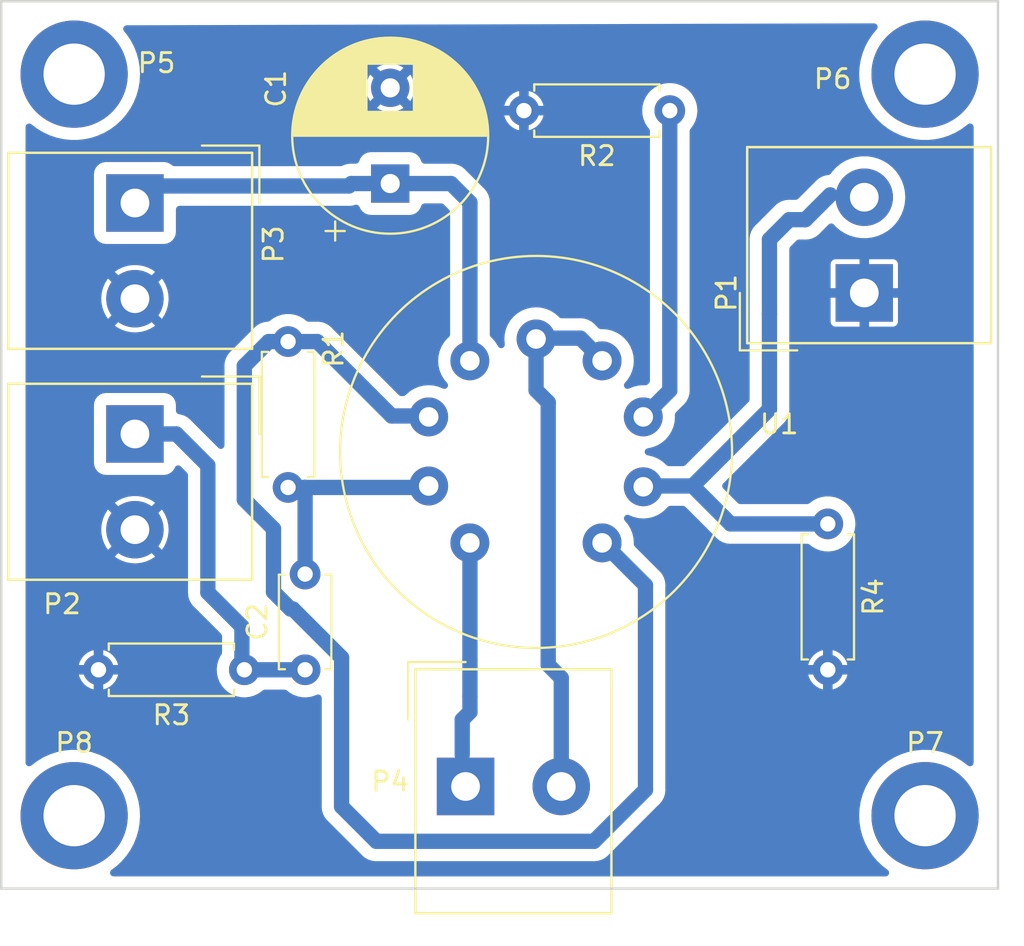
<source format=kicad_pcb>
(kicad_pcb (version 20211014) (generator pcbnew)
  (layers (0 "F.Cu" signal "top_cu") (31 "B.Cu" signal "bottom_cu") (34 "B.Paste" user) (35 "F.Paste" user) (36 "B.SilkS" user "B.Silkscreen") (37 "F.SilkS" user "F.Silkscreen") (38 "B.Mask" user) (39 "F.Mask" user) (44 "Edge.Cuts" user))
  (net 0 "")
  (net 1 "GND")
  (net 2 "Net-(C1-Pad1)")
  (net 3 "Net-(C2-Pad1)")
  (net 4 "Net-(C2-Pad2)")
  (net 5 "Net-(P1-Pad2)")
  (net 6 "Net-(P4-Pad1)")
  (net 7 "Net-(P4-Pad2)")
  (net 8 "Net-(R1-Pad1)")
  (net 9 "Net-(R2-Pad1)")
  (footprint "Capacitor_THT:CP_Radial_D10.0mm_P5.00mm" (layer "F.Cu") (at 141.605 99.695 90)
    (fp_text reference "C1" (at 4.953 -5.969 90) (layer "F.SilkS"))
    (fp_text value "10uF")
    (fp_line (start 4.101 1.241) (end 4.101 4.824) (layer "F.SilkS") (width 0.12))
    (fp_line (start 5.061 1.241) (end 5.061 4.395) (layer "F.SilkS") (width 0.12))
    (fp_line (start 7.381 -1.51) (end 7.381 1.51) (layer "F.SilkS") (width 0.12))
    (fp_line (start 5.381 1.241) (end 5.381 4.194) (layer "F.SilkS") (width 0.12))
    (fp_line (start 7.101 -2.209) (end 7.101 2.209) (layer "F.SilkS") (width 0.12))
    (fp_line (start 6.221 1.241) (end 6.221 3.478) (layer "F.SilkS") (width 0.12))
    (fp_line (start 4.581 1.241) (end 4.581 4.639) (layer "F.SilkS") (width 0.12))
    (fp_line (start 4.821 1.241) (end 4.821 4.525) (layer "F.SilkS") (width 0.12))
    (fp_line (start -2.479646 -3.375) (end -2.479646 -2.375) (layer "F.SilkS") (width 0.12))
    (fp_line (start 4.301 1.241) (end 4.301 4.754) (layer "F.SilkS") (width 0.12))
    (fp_line (start 5.661 -3.989) (end 5.661 -1.241) (layer "F.SilkS") (width 0.12))
    (fp_line (start 7.341 -1.63) (end 7.341 1.63) (layer "F.SilkS") (width 0.12))
    (fp_line (start 6.061 1.241) (end 6.061 3.64) (layer "F.SilkS") (width 0.12))
    (fp_line (start 5.701 -3.957) (end 5.701 -1.241) (layer "F.SilkS") (width 0.12))
    (fp_line (start 5.621 1.241) (end 5.621 4.02) (layer "F.SilkS") (width 0.12))
    (fp_line (start 5.981 -3.716) (end 5.981 -1.241) (layer "F.SilkS") (width 0.12))
    (fp_line (start 6.461 -3.206) (end 6.461 3.206) (layer "F.SilkS") (width 0.12))
    (fp_line (start 5.301 -4.247) (end 5.301 -1.241) (layer "F.SilkS") (width 0.12))
    (fp_line (start 6.101 -3.601) (end 6.101 -1.241) (layer "F.SilkS") (width 0.12))
    (fp_line (start 6.861 -2.645) (end 6.861 2.645) (layer "F.SilkS") (width 0.12))
    (fp_line (start 6.421 -3.254) (end 6.421 3.254) (layer "F.SilkS") (width 0.12))
    (fp_line (start 2.66 -5.078) (end 2.66 5.078) (layer "F.SilkS") (width 0.12))
    (fp_line (start 4.501 -4.674) (end 4.501 -1.241) (layer "F.SilkS") (width 0.12))
    (fp_line (start 3.06 -5.05) (end 3.06 5.05) (layer "F.SilkS") (width 0.12))
    (fp_line (start 5.141 -4.347) (end 5.141 -1.241) (layer "F.SilkS") (width 0.12))
    (fp_line (start 5.021 -4.417) (end 5.021 -1.241) (layer "F.SilkS") (width 0.12))
    (fp_line (start 5.021 1.241) (end 5.021 4.417) (layer "F.SilkS") (width 0.12))
    (fp_line (start 3.261 -5.024) (end 3.261 5.024) (layer "F.SilkS") (width 0.12))
    (fp_line (start 6.821 -2.709) (end 6.821 2.709) (layer "F.SilkS") (width 0.12))
    (fp_line (start 3.18 -5.035) (end 3.18 5.035) (layer "F.SilkS") (width 0.12))
    (fp_line (start 7.181 -2.037) (end 7.181 2.037) (layer "F.SilkS") (width 0.12))
    (fp_line (start 5.261 1.241) (end 5.261 4.273) (layer "F.SilkS") (width 0.12))
    (fp_line (start 5.861 -3.824) (end 5.861 -1.241) (layer "F.SilkS") (width 0.12))
    (fp_line (start 3.781 1.241) (end 3.781 4.918) (layer "F.SilkS") (width 0.12))
    (fp_line (start 2.94 -5.062) (end 2.94 5.062) (layer "F.SilkS") (width 0.12))
    (fp_line (start 3.1 -5.045) (end 3.1 5.045) (layer "F.SilkS") (width 0.12))
    (fp_line (start 4.501 1.241) (end 4.501 4.674) (layer "F.SilkS") (width 0.12))
    (fp_line (start -2.979646 -2.875) (end -1.979646 -2.875) (layer "F.SilkS") (width 0.12))
    (fp_line (start 7.021 -2.365) (end 7.021 2.365) (layer "F.SilkS") (width 0.12))
    (fp_line (start 5.661 1.241) (end 5.661 3.989) (layer "F.SilkS") (width 0.12))
    (fp_line (start 6.621 -3) (end 6.621 3) (layer "F.SilkS") (width 0.12))
    (fp_line (start 4.421 1.241) (end 4.421 4.707) (layer "F.SilkS") (width 0.12))
    (fp_line (start 2.9 -5.065) (end 2.9 5.065) (layer "F.SilkS") (width 0.12))
    (fp_line (start 2.62 -5.079) (end 2.62 5.079) (layer "F.SilkS") (width 0.12))
    (fp_line (start 4.901 -4.483) (end 4.901 -1.241) (layer "F.SilkS") (width 0.12))
    (fp_line (start 3.301 -5.018) (end 3.301 5.018) (layer "F.SilkS") (width 0.12))
    (fp_line (start 5.221 1.241) (end 5.221 4.298) (layer "F.SilkS") (width 0.12))
    (fp_line (start 6.181 1.241) (end 6.181 3.52) (layer "F.SilkS") (width 0.12))
    (fp_line (start 7.141 -2.125) (end 7.141 2.125) (layer "F.SilkS") (width 0.12))
    (fp_line (start 4.941 1.241) (end 4.941 4.462) (layer "F.SilkS") (width 0.12))
    (fp_line (start 5.741 1.241) (end 5.741 3.925) (layer "F.SilkS") (width 0.12))
    (fp_line (start 5.621 -4.02) (end 5.621 -1.241) (layer "F.SilkS") (width 0.12))
    (fp_line (start 7.261 -1.846) (end 7.261 1.846) (layer "F.SilkS") (width 0.12))
    (fp_line (start 6.901 -2.579) (end 6.901 2.579) (layer "F.SilkS") (width 0.12))
    (fp_line (start 5.261 -4.273) (end 5.261 -1.241) (layer "F.SilkS") (width 0.12))
    (fp_line (start 4.341 -4.738) (end 4.341 -1.241) (layer "F.SilkS") (width 0.12))
    (fp_line (start 4.821 -4.525) (end 4.821 -1.241) (layer "F.SilkS") (width 0.12))
    (fp_line (start 6.021 1.241) (end 6.021 3.679) (layer "F.SilkS") (width 0.12))
    (fp_line (start 4.061 1.241) (end 4.061 4.837) (layer "F.SilkS") (width 0.12))
    (fp_line (start 5.101 -4.371) (end 5.101 -1.241) (layer "F.SilkS") (width 0.12))
    (fp_line (start 6.181 -3.52) (end 6.181 -1.241) (layer "F.SilkS") (width 0.12))
    (fp_line (start 6.141 -3.561) (end 6.141 -1.241) (layer "F.SilkS") (width 0.12))
    (fp_line (start 3.941 -4.874) (end 3.941 -1.241) (layer "F.SilkS") (width 0.12))
    (fp_line (start 7.501 -1.062) (end 7.501 1.062) (layer "F.SilkS") (width 0.12))
    (fp_line (start 6.701 -2.889) (end 6.701 2.889) (layer "F.SilkS") (width 0.12))
    (fp_line (start 5.901 -3.789) (end 5.901 -1.241) (layer "F.SilkS") (width 0.12))
    (fp_line (start 2.58 -5.08) (end 2.58 5.08) (layer "F.SilkS") (width 0.12))
    (fp_line (start 6.941 -2.51) (end 6.941 2.51) (layer "F.SilkS") (width 0.12))
    (fp_line (start 4.141 1.241) (end 4.141 4.811) (layer "F.SilkS") (width 0.12))
    (fp_line (start 5.181 -4.323) (end 5.181 -1.241) (layer "F.SilkS") (width 0.12))
    (fp_line (start 4.661 -4.603) (end 4.661 -1.241) (layer "F.SilkS") (width 0.12))
    (fp_line (start 2.82 -5.07) (end 2.82 5.07) (layer "F.SilkS") (width 0.12))
    (fp_line (start 4.221 -4.783) (end 4.221 -1.241) (layer "F.SilkS") (width 0.12))
    (fp_line (start 4.381 1.241) (end 4.381 4.723) (layer "F.SilkS") (width 0.12))
    (fp_line (start 4.621 1.241) (end 4.621 4.621) (layer "F.SilkS") (width 0.12))
    (fp_line (start 4.701 1.241) (end 4.701 4.584) (layer "F.SilkS") (width 0.12))
    (fp_line (start 2.86 -5.068) (end 2.86 5.068) (layer "F.SilkS") (width 0.12))
    (fp_line (start 4.741 1.241) (end 4.741 4.564) (layer "F.SilkS") (width 0.12))
    (fp_line (start 4.421 -4.707) (end 4.421 -1.241) (layer "F.SilkS") (width 0.12))
    (fp_line (start 3.02 -5.054) (end 3.02 5.054) (layer "F.SilkS") (width 0.12))
    (fp_line (start 5.581 -4.05) (end 5.581 -1.241) (layer "F.SilkS") (width 0.12))
    (fp_line (start 5.341 -4.221) (end 5.341 -1.241) (layer "F.SilkS") (width 0.12))
    (fp_line (start 4.341 1.241) (end 4.341 4.738) (layer "F.SilkS") (width 0.12))
    (fp_line (start 4.141 -4.811) (end 4.141 -1.241) (layer "F.SilkS") (width 0.12))
    (fp_line (start 4.221 1.241) (end 4.221 4.783) (layer "F.SilkS") (width 0.12))
    (fp_line (start 4.461 -4.69) (end 4.461 -1.241) (layer "F.SilkS") (width 0.12))
    (fp_line (start 4.461 1.241) (end 4.461 4.69) (layer "F.SilkS") (width 0.12))
    (fp_line (start 7.421 -1.378) (end 7.421 1.378) (layer "F.SilkS") (width 0.12))
    (fp_line (start 6.501 -3.156) (end 6.501 3.156) (layer "F.SilkS") (width 0.12))
    (fp_line (start 3.901 1.241) (end 3.901 4.885) (layer "F.SilkS") (width 0.12))
    (fp_line (start 2.5 -5.08) (end 2.5 5.08) (layer "F.SilkS") (width 0.12))
    (fp_line (start 6.261 -3.436) (end 6.261 3.436) (layer "F.SilkS") (width 0.12))
    (fp_line (start 5.541 1.241) (end 5.541 4.08) (layer "F.SilkS") (width 0.12))
    (fp_line (start 5.141 1.241) (end 5.141 4.347) (layer "F.SilkS") (width 0.12))
    (fp_line (start 3.941 1.241) (end 3.941 4.874) (layer "F.SilkS") (width 0.12))
    (fp_line (start 7.301 -1.742) (end 7.301 1.742) (layer "F.SilkS") (width 0.12))
    (fp_line (start 3.981 -4.862) (end 3.981 -1.241) (layer "F.SilkS") (width 0.12))
    (fp_line (start 3.701 -4.938) (end 3.701 4.938) (layer "F.SilkS") (width 0.12))
    (fp_line (start 6.381 -3.301) (end 6.381 3.301) (layer "F.SilkS") (width 0.12))
    (fp_line (start 4.541 1.241) (end 4.541 4.657) (layer "F.SilkS") (width 0.12))
    (fp_line (start 4.021 -4.85) (end 4.021 -1.241) (layer "F.SilkS") (width 0.12))
    (fp_line (start 3.421 -4.997) (end 3.421 4.997) (layer "F.SilkS") (width 0.12))
    (fp_line (start 4.021 1.241) (end 4.021 4.85) (layer "F.SilkS") (width 0.12))
    (fp_line (start 2.78 -5.073) (end 2.78 5.073) (layer "F.SilkS") (width 0.12))
    (fp_line (start 5.461 1.241) (end 5.461 4.138) (layer "F.SilkS") (width 0.12))
    (fp_line (start 5.901 1.241) (end 5.901 3.789) (layer "F.SilkS") (width 0.12))
    (fp_line (start 4.381 -4.723) (end 4.381 -1.241) (layer "F.SilkS") (width 0.12))
    (fp_line (start 6.661 -2.945) (end 6.661 2.945) (layer "F.SilkS") (width 0.12))
    (fp_line (start 5.421 1.241) (end 5.421 4.166) (layer "F.SilkS") (width 0.12))
    (fp_line (start 4.941 -4.462) (end 4.941 -1.241) (layer "F.SilkS") (width 0.12))
    (fp_line (start 7.541 -0.862) (end 7.541 0.862) (layer "F.SilkS") (width 0.12))
    (fp_line (start 6.981 -2.439) (end 6.981 2.439) (layer "F.SilkS") (width 0.12))
    (fp_line (start 3.221 -5.03) (end 3.221 5.03) (layer "F.SilkS") (width 0.12))
    (fp_line (start 4.861 1.241) (end 4.861 4.504) (layer "F.SilkS") (width 0.12))
    (fp_line (start 6.301 -3.392) (end 6.301 3.392) (layer "F.SilkS") (width 0.12))
    (fp_line (start 2.74 -5.075) (end 2.74 5.075) (layer "F.SilkS") (width 0.12))
    (fp_line (start 4.301 -4.754) (end 4.301 -1.241) (layer "F.SilkS") (width 0.12))
    (fp_line (start 6.061 -3.64) (end 6.061 -1.241) (layer "F.SilkS") (width 0.12))
    (fp_line (start 6.781 -2.77) (end 6.781 2.77) (layer "F.SilkS") (width 0.12))
    (fp_line (start 5.861 1.241) (end 5.861 3.824) (layer "F.SilkS") (width 0.12))
    (fp_line (start 3.901 -4.885) (end 3.901 -1.241) (layer "F.SilkS") (width 0.12))
    (fp_line (start 5.941 -3.753) (end 5.941 -1.241) (layer "F.SilkS") (width 0.12))
    (fp_line (start 4.981 1.241) (end 4.981 4.44) (layer "F.SilkS") (width 0.12))
    (fp_line (start 4.541 -4.657) (end 4.541 -1.241) (layer "F.SilkS") (width 0.12))
    (fp_line (start 2.54 -5.08) (end 2.54 5.08) (layer "F.SilkS") (width 0.12))
    (fp_line (start 7.061 -2.289) (end 7.061 2.289) (layer "F.SilkS") (width 0.12))
    (fp_line (start 4.101 -4.824) (end 4.101 -1.241) (layer "F.SilkS") (width 0.12))
    (fp_line (start 5.981 1.241) (end 5.981 3.716) (layer "F.SilkS") (width 0.12))
    (fp_line (start 3.781 -4.918) (end 3.781 -1.241) (layer "F.SilkS") (width 0.12))
    (fp_line (start 3.821 -4.907) (end 3.821 -1.241) (layer "F.SilkS") (width 0.12))
    (fp_line (start 3.861 -4.897) (end 3.861 -1.241) (layer "F.SilkS") (width 0.12))
    (fp_line (start 5.581 1.241) (end 5.581 4.05) (layer "F.SilkS") (width 0.12))
    (fp_line (start 6.101 1.241) (end 6.101 3.601) (layer "F.SilkS") (width 0.12))
    (fp_line (start 4.661 1.241) (end 4.661 4.603) (layer "F.SilkS") (width 0.12))
    (fp_line (start 4.261 -4.768) (end 4.261 -1.241) (layer "F.SilkS") (width 0.12))
    (fp_line (start 4.581 -4.639) (end 4.581 -1.241) (layer "F.SilkS") (width 0.12))
    (fp_line (start 6.741 -2.83) (end 6.741 2.83) (layer "F.SilkS") (width 0.12))
    (fp_line (start 3.981 1.241) (end 3.981 4.862) (layer "F.SilkS") (width 0.12))
    (fp_line (start 4.701 -4.584) (end 4.701 -1.241) (layer "F.SilkS") (width 0.12))
    (fp_line (start 5.821 -3.858) (end 5.821 -1.241) (layer "F.SilkS") (width 0.12))
    (fp_line (start 2.98 -5.058) (end 2.98 5.058) (layer "F.SilkS") (width 0.12))
    (fp_line (start 3.341 -5.011) (end 3.341 5.011) (layer "F.SilkS") (width 0.12))
    (fp_line (start 4.861 -4.504) (end 4.861 -1.241) (layer "F.SilkS") (width 0.12))
    (fp_line (start 6.021 -3.679) (end 6.021 -1.241) (layer "F.SilkS") (width 0.12))
    (fp_line (start 6.341 -3.347) (end 6.341 3.347) (layer "F.SilkS") (width 0.12))
    (fp_line (start 5.781 -3.892) (end 5.781 -1.241) (layer "F.SilkS") (width 0.12))
    (fp_line (start 4.781 1.241) (end 4.781 4.545) (layer "F.SilkS") (width 0.12))
    (fp_line (start 6.221 -3.478) (end 6.221 -1.241) (layer "F.SilkS") (width 0.12))
    (fp_line (start 4.781 -4.545) (end 4.781 -1.241) (layer "F.SilkS") (width 0.12))
    (fp_line (start 4.181 -4.797) (end 4.181 -1.241) (layer "F.SilkS") (width 0.12))
    (fp_line (start 7.581 -0.599) (end 7.581 0.599) (layer "F.SilkS") (width 0.12))
    (fp_line (start 3.541 -4.974) (end 3.541 4.974) (layer "F.SilkS") (width 0.12))
    (fp_line (start 2.7 -5.077) (end 2.7 5.077) (layer "F.SilkS") (width 0.12))
    (fp_line (start 5.501 -4.11) (end 5.501 -1.241) (layer "F.SilkS") (width 0.12))
    (fp_line (start 5.501 1.241) (end 5.501 4.11) (layer "F.SilkS") (width 0.12))
    (fp_line (start 5.101 1.241) (end 5.101 4.371) (layer "F.SilkS") (width 0.12))
    (fp_line (start 4.981 -4.44) (end 4.981 -1.241) (layer "F.SilkS") (width 0.12))
    (fp_line (start 5.741 -3.925) (end 5.741 -1.241) (layer "F.SilkS") (width 0.12))
    (fp_line (start 5.381 -4.194) (end 5.381 -1.241) (layer "F.SilkS") (width 0.12))
    (fp_line (start 3.381 -5.004) (end 3.381 5.004) (layer "F.SilkS") (width 0.12))
    (fp_line (start 3.741 -4.928) (end 3.741 4.928) (layer "F.SilkS") (width 0.12))
    (fp_line (start 6.581 -3.054) (end 6.581 3.054) (layer "F.SilkS") (width 0.12))
    (fp_line (start 3.461 -4.99) (end 3.461 4.99) (layer "F.SilkS") (width 0.12))
    (fp_line (start 5.301 1.241) (end 5.301 4.247) (layer "F.SilkS") (width 0.12))
    (fp_line (start 6.541 -3.106) (end 6.541 3.106) (layer "F.SilkS") (width 0.12))
    (fp_line (start 5.221 -4.298) (end 5.221 -1.241) (layer "F.SilkS") (width 0.12))
    (fp_line (start 5.821 1.241) (end 5.821 3.858) (layer "F.SilkS") (width 0.12))
    (fp_line (start 4.901 1.241) (end 4.901 4.483) (layer "F.SilkS") (width 0.12))
    (fp_line (start 4.181 1.241) (end 4.181 4.797) (layer "F.SilkS") (width 0.12))
    (fp_line (start 3.621 -4.956) (end 3.621 4.956) (layer "F.SilkS") (width 0.12))
    (fp_line (start 5.701 1.241) (end 5.701 3.957) (layer "F.SilkS") (width 0.12))
    (fp_line (start 3.14 -5.04) (end 3.14 5.04) (layer "F.SilkS") (width 0.12))
    (fp_line (start 5.781 1.241) (end 5.781 3.892) (layer "F.SilkS") (width 0.12))
    (fp_line (start 5.421 -4.166) (end 5.421 -1.241) (layer "F.SilkS") (width 0.12))
    (fp_line (start 3.661 -4.947) (end 3.661 4.947) (layer "F.SilkS") (width 0.12))
    (fp_line (start 3.861 1.241) (end 3.861 4.897) (layer "F.SilkS") (width 0.12))
    (fp_line (start 7.221 -1.944) (end 7.221 1.944) (layer "F.SilkS") (width 0.12))
    (fp_line (start 5.461 -4.138) (end 5.461 -1.241) (layer "F.SilkS") (width 0.12))
    (fp_line (start 7.461 -1.23) (end 7.461 1.23) (layer "F.SilkS") (width 0.12))
    (fp_line (start 4.061 -4.837) (end 4.061 -1.241) (layer "F.SilkS") (width 0.12))
    (fp_line (start 5.541 -4.08) (end 5.541 -1.241) (layer "F.SilkS") (width 0.12))
    (fp_line (start 5.341 1.241) (end 5.341 4.221) (layer "F.SilkS") (width 0.12))
    (fp_line (start 3.581 -4.965) (end 3.581 4.965) (layer "F.SilkS") (width 0.12))
    (fp_line (start 5.061 -4.395) (end 5.061 -1.241) (layer "F.SilkS") (width 0.12))
    (fp_line (start 6.141 1.241) (end 6.141 3.561) (layer "F.SilkS") (width 0.12))
    (fp_line (start 5.181 1.241) (end 5.181 4.323) (layer "F.SilkS") (width 0.12))
    (fp_line (start 3.501 -4.982) (end 3.501 4.982) (layer "F.SilkS") (width 0.12))
    (fp_line (start 3.821 1.241) (end 3.821 4.907) (layer "F.SilkS") (width 0.12))
    (fp_line (start 4.741 -4.564) (end 4.741 -1.241) (layer "F.SilkS") (width 0.12))
    (fp_line (start 4.261 1.241) (end 4.261 4.768) (layer "F.SilkS") (width 0.12))
    (fp_line (start 4.621 -4.621) (end 4.621 -1.241) (layer "F.SilkS") (width 0.12))
    (fp_line (start 5.941 1.241) (end 5.941 3.753) (layer "F.SilkS") (width 0.12))
    (fp_circle (center 2.5 0) (end 7.62 0) (layer "F.SilkS") (width 0.12) (fill none))
    (pad "1" thru_hole rect locked (at 0 0 90) (size 2 2) (drill 1) (layers *.Cu *.Mask) (net 2 "Net-(C1-Pad1)"))
    (pad "2" thru_hole circle locked (at 5 0 90) (size 2 2) (drill 1) (layers *.Cu *.Mask) (net 1 "GND"))
  )
  (footprint "Capacitor_THT:C_Disc_D4.7mm_W2.5mm_P5.00mm" (layer "F.Cu") (at 137.16 125.095 90)
    (fp_text reference "C2" (at 2.5 -2.5 90) (layer "F.SilkS"))
    (fp_text value "680nF")
    (fp_line (start 0.03 1.055) (end 0.03 1.37) (layer "F.SilkS") (width 0.12))
    (fp_line (start 0.03 -1.37) (end 0.03 -1.055) (layer "F.SilkS") (width 0.12))
    (fp_line (start 4.97 -1.37) (end 4.97 -1.055) (layer "F.SilkS") (width 0.12))
    (fp_line (start 4.97 1.055) (end 4.97 1.37) (layer "F.SilkS") (width 0.12))
    (fp_line (start 0.03 1.37) (end 4.97 1.37) (layer "F.SilkS") (width 0.12))
    (fp_line (start 0.03 -1.37) (end 4.97 -1.37) (layer "F.SilkS") (width 0.12))
    (pad "1" thru_hole circle locked (at 0 0 90) (size 1.6 1.6) (drill 0.8) (layers *.Cu *.Mask) (net 3 "Net-(C2-Pad1)"))
    (pad "2" thru_hole circle locked (at 5 0 90) (size 1.6 1.6) (drill 0.8) (layers *.Cu *.Mask) (net 4 "Net-(C2-Pad2)"))
  )
  (footprint "MountingHole:MountingHole_3.2mm_M3_DIN965_Pad" (layer "F.Cu") (at 125.095 93.98)
    (fp_text reference "P5" (at 4.305 -0.58) (layer "F.SilkS"))
    (fp_text value "MOUNTING_HOLE")
    (pad "1" thru_hole circle locked (at 0 0) (size 5.6 5.6) (drill 3.2) (layers *.Cu *.Mask))
  )
  (footprint "MountingHole:MountingHole_3.2mm_M3_DIN965_Pad" (layer "F.Cu") (at 169.545 93.98)
    (fp_text reference "P6" (at -4.826 0.254) (layer "F.SilkS"))
    (fp_text value "MOUNTING_HOLE")
    (pad "1" thru_hole circle locked (at 0 0) (size 5.6 5.6) (drill 3.2) (layers *.Cu *.Mask))
  )
  (footprint "MountingHole:MountingHole_3.2mm_M3_DIN965_Pad" (layer "F.Cu") (at 169.545 132.715)
    (fp_text reference "P7" (at 0 -3.8) (layer "F.SilkS"))
    (fp_text value "MOUNTING_HOLE")
    (pad "1" thru_hole circle locked (at 0 0) (size 5.6 5.6) (drill 3.2) (layers *.Cu *.Mask))
  )
  (footprint "Resistor_THT:R_Axial_DIN0207_L6.3mm_D2.5mm_P7.62mm_Horizontal" (layer "F.Cu") (at 136.271 107.95 -90)
    (fp_text reference "R1" (at 0.381 -2.37 90) (layer "F.SilkS"))
    (fp_text value "1.5K")
    (fp_line (start 7.08 -1.37) (end 7.08 -1.04) (layer "F.SilkS") (width 0.12))
    (fp_line (start 0.54 -1.37) (end 7.08 -1.37) (layer "F.SilkS") (width 0.12))
    (fp_line (start 0.54 1.04) (end 0.54 1.37) (layer "F.SilkS") (width 0.12))
    (fp_line (start 0.54 1.37) (end 7.08 1.37) (layer "F.SilkS") (width 0.12))
    (fp_line (start 7.08 1.37) (end 7.08 1.04) (layer "F.SilkS") (width 0.12))
    (fp_line (start 0.54 -1.04) (end 0.54 -1.37) (layer "F.SilkS") (width 0.12))
    (pad "1" thru_hole circle locked (at 0 0 270) (size 1.6 1.6) (drill 0.8) (layers *.Cu *.Mask) (net 8 "Net-(R1-Pad1)"))
    (pad "2" thru_hole oval locked (at 7.62 0 270) (size 1.6 1.6) (drill 0.8) (layers *.Cu *.Mask) (net 4 "Net-(C2-Pad2)"))
  )
  (footprint "Resistor_THT:R_Axial_DIN0207_L6.3mm_D2.5mm_P7.62mm_Horizontal" (layer "F.Cu") (at 156.21 95.885 180)
    (fp_text reference "R2" (at 3.81 -2.37) (layer "F.SilkS"))
    (fp_text value "1.5K")
    (fp_line (start 7.08 1.37) (end 7.08 1.04) (layer "F.SilkS") (width 0.12))
    (fp_line (start 0.54 -1.37) (end 7.08 -1.37) (layer "F.SilkS") (width 0.12))
    (fp_line (start 0.54 1.37) (end 7.08 1.37) (layer "F.SilkS") (width 0.12))
    (fp_line (start 0.54 1.04) (end 0.54 1.37) (layer "F.SilkS") (width 0.12))
    (fp_line (start 7.08 -1.37) (end 7.08 -1.04) (layer "F.SilkS") (width 0.12))
    (fp_line (start 0.54 -1.04) (end 0.54 -1.37) (layer "F.SilkS") (width 0.12))
    (pad "1" thru_hole circle locked (at 0 0 180) (size 1.6 1.6) (drill 0.8) (layers *.Cu *.Mask) (net 9 "Net-(R2-Pad1)"))
    (pad "2" thru_hole oval locked (at 7.62 0 180) (size 1.6 1.6) (drill 0.8) (layers *.Cu *.Mask) (net 1 "GND"))
  )
  (footprint "Resistor_THT:R_Axial_DIN0207_L6.3mm_D2.5mm_P7.62mm_Horizontal" (layer "F.Cu") (at 164.465 117.475 -90)
    (fp_text reference "R4" (at 3.81 -2.37 90) (layer "F.SilkS"))
    (fp_text value "47K")
    (fp_line (start 0.54 1.37) (end 7.08 1.37) (layer "F.SilkS") (width 0.12))
    (fp_line (start 7.08 1.37) (end 7.08 1.04) (layer "F.SilkS") (width 0.12))
    (fp_line (start 0.54 -1.37) (end 7.08 -1.37) (layer "F.SilkS") (width 0.12))
    (fp_line (start 7.08 -1.37) (end 7.08 -1.04) (layer "F.SilkS") (width 0.12))
    (fp_line (start 0.54 -1.04) (end 0.54 -1.37) (layer "F.SilkS") (width 0.12))
    (fp_line (start 0.54 1.04) (end 0.54 1.37) (layer "F.SilkS") (width 0.12))
    (pad "1" thru_hole circle locked (at 0 0 270) (size 1.6 1.6) (drill 0.8) (layers *.Cu *.Mask) (net 5 "Net-(P1-Pad2)"))
    (pad "2" thru_hole oval locked (at 7.62 0 270) (size 1.6 1.6) (drill 0.8) (layers *.Cu *.Mask) (net 1 "GND"))
  )
  (footprint "TerminalBlock_Altech:Altech_AK300_1x02_P5.00mm_45-Degree" (layer "F.Cu") (at 128.27 112.776 -90)
    (fp_text reference "P2" (at 8.89 3.81 180) (layer "F.SilkS"))
    (fp_text value "OUT")
    (fp_line (start -3 -6.5) (end 0 -6.5) (layer "F.SilkS") (width 0.12))
    (fp_line (start -2.62 -6.12) (end -2.62 6.62) (layer "F.SilkS") (width 0.12))
    (fp_line (start -2.62 6.62) (end 7.62 6.62) (layer "F.SilkS") (width 0.12))
    (fp_line (start -2.62 -6.12) (end 7.62 -6.12) (layer "F.SilkS") (width 0.12))
    (fp_line (start -2.62 -6.12) (end 7.62 -6.12) (layer "F.SilkS") (width 0.12))
    (fp_line (start -2.62 -6.12) (end -2.62 6.62) (layer "F.SilkS") (width 0.12))
    (fp_line (start 7.62 -6.12) (end 7.62 6.62) (layer "F.SilkS") (width 0.12))
    (fp_line (start 7.62 -6.12) (end 7.62 6.62) (layer "F.SilkS") (width 0.12))
    (fp_line (start -2.62 6.62) (end 7.62 6.62) (layer "F.SilkS") (width 0.12))
    (fp_line (start -3 -3.5) (end -3 -6.5) (layer "F.SilkS") (width 0.12))
    (pad "1" thru_hole rect locked (at 0 0 270) (size 3 3) (drill 1.5) (layers *.Cu *.Mask) (net 3 "Net-(C2-Pad1)"))
    (pad "2" thru_hole circle locked (at 5 0 270) (size 3 3) (drill 1.5) (layers *.Cu *.Mask) (net 1 "GND"))
  )
  (footprint "TerminalBlock_Altech:Altech_AK300_1x02_P5.00mm_45-Degree" (layer "F.Cu") (at 128.27 100.711 -90)
    (fp_text reference "P3" (at 2.159 -7.239 90) (layer "F.SilkS"))
    (fp_text value "POWER")
    (fp_line (start -2.62 -6.12) (end 7.62 -6.12) (layer "F.SilkS") (width 0.12))
    (fp_line (start -2.62 6.62) (end 7.62 6.62) (layer "F.SilkS") (width 0.12))
    (fp_line (start -3 -3.5) (end -3 -6.5) (layer "F.SilkS") (width 0.12))
    (fp_line (start -2.62 -6.12) (end -2.62 6.62) (layer "F.SilkS") (width 0.12))
    (fp_line (start 7.62 -6.12) (end 7.62 6.62) (layer "F.SilkS") (width 0.12))
    (fp_line (start -2.62 -6.12) (end -2.62 6.62) (layer "F.SilkS") (width 0.12))
    (fp_line (start -2.62 -6.12) (end 7.62 -6.12) (layer "F.SilkS") (width 0.12))
    (fp_line (start -2.62 6.62) (end 7.62 6.62) (layer "F.SilkS") (width 0.12))
    (fp_line (start -3 -6.5) (end 0 -6.5) (layer "F.SilkS") (width 0.12))
    (fp_line (start 7.62 -6.12) (end 7.62 6.62) (layer "F.SilkS") (width 0.12))
    (pad "1" thru_hole rect locked (at 0 0 270) (size 3 3) (drill 1.5) (layers *.Cu *.Mask) (net 2 "Net-(C1-Pad1)"))
    (pad "2" thru_hole circle locked (at 5 0 270) (size 3 3) (drill 1.5) (layers *.Cu *.Mask) (net 1 "GND"))
  )
  (footprint "TerminalBlock_Altech:Altech_AK300_1x02_P5.00mm_45-Degree" (layer "F.Cu") (at 145.542 131.191)
    (fp_text reference "P4" (at -3.937 -0.254) (layer "F.SilkS"))
    (fp_text value "CONN_2")
    (fp_line (start -2.62 6.62) (end 7.62 6.62) (layer "F.SilkS") (width 0.12))
    (fp_line (start -2.62 -6.12) (end -2.62 6.62) (layer "F.SilkS") (width 0.12))
    (fp_line (start -3 -6.5) (end 0 -6.5) (layer "F.SilkS") (width 0.12))
    (fp_line (start -2.62 -6.12) (end -2.62 6.62) (layer "F.SilkS") (width 0.12))
    (fp_line (start 7.62 -6.12) (end 7.62 6.62) (layer "F.SilkS") (width 0.12))
    (fp_line (start 7.62 -6.12) (end 7.62 6.62) (layer "F.SilkS") (width 0.12))
    (fp_line (start -2.62 6.62) (end 7.62 6.62) (layer "F.SilkS") (width 0.12))
    (fp_line (start -2.62 -6.12) (end 7.62 -6.12) (layer "F.SilkS") (width 0.12))
    (fp_line (start -2.62 -6.12) (end 7.62 -6.12) (layer "F.SilkS") (width 0.12))
    (fp_line (start -3 -3.5) (end -3 -6.5) (layer "F.SilkS") (width 0.12))
    (pad "1" thru_hole rect locked (at 0 0) (size 3 3) (drill 1.5) (layers *.Cu *.Mask) (net 6 "Net-(P4-Pad1)"))
    (pad "2" thru_hole circle locked (at 5 0) (size 3 3) (drill 1.5) (layers *.Cu *.Mask) (net 7 "Net-(P4-Pad2)"))
  )
  (footprint "Resistor_THT:R_Axial_DIN0207_L6.3mm_D2.5mm_P7.62mm_Horizontal" (layer "F.Cu") (at 133.985 125.095 180)
    (fp_text reference "R3" (at 3.81 -2.37) (layer "F.SilkS"))
    (fp_text value "100K")
    (fp_line (start 0.54 1.04) (end 0.54 1.37) (layer "F.SilkS") (width 0.12))
    (fp_line (start 0.54 -1.37) (end 7.08 -1.37) (layer "F.SilkS") (width 0.12))
    (fp_line (start 0.54 -1.04) (end 0.54 -1.37) (layer "F.SilkS") (width 0.12))
    (fp_line (start 0.54 1.37) (end 7.08 1.37) (layer "F.SilkS") (width 0.12))
    (fp_line (start 7.08 1.37) (end 7.08 1.04) (layer "F.SilkS") (width 0.12))
    (fp_line (start 7.08 -1.37) (end 7.08 -1.04) (layer "F.SilkS") (width 0.12))
    (pad "1" thru_hole circle locked (at 0 0 180) (size 1.6 1.6) (drill 0.8) (layers *.Cu *.Mask) (net 3 "Net-(C2-Pad1)"))
    (pad "2" thru_hole oval locked (at 7.62 0 180) (size 1.6 1.6) (drill 0.8) (layers *.Cu *.Mask) (net 1 "GND"))
  )
  (footprint "Valve:Valve_ECC-83-1" (layer "F.Cu") (at 149.225 113.665)
    (fp_text reference "U1" (at 12.7 -1.397) (layer "F.SilkS"))
    (fp_text value "ECC83")
    (fp_circle (center 0 0.05) (end 10.16 1.32) (layer "F.SilkS") (width 0.12) (fill none))
    (pad "1" thru_hole circle locked (at 3.45 4.8) (size 2.03 2.03) (drill 1.02) (layers *.Cu *.Mask) (net 8 "Net-(R1-Pad1)"))
    (pad "2" thru_hole circle locked (at 5.6 1.87) (size 2.03 2.03) (drill 1.02) (layers *.Cu *.Mask) (net 5 "Net-(P1-Pad2)"))
    (pad "3" thru_hole circle locked (at 5.6 -1.78) (size 2.03 2.03) (drill 1.02) (layers *.Cu *.Mask) (net 9 "Net-(R2-Pad1)"))
    (pad "4" thru_hole circle locked (at 3.45 -4.71) (size 2.03 2.03) (drill 1.02) (layers *.Cu *.Mask) (net 7 "Net-(P4-Pad2)"))
    (pad "5" thru_hole circle locked (at 0 -5.85) (size 2.03 2.03) (drill 1.02) (layers *.Cu *.Mask) (net 7 "Net-(P4-Pad2)"))
    (pad "6" thru_hole circle locked (at -3.46 -4.71) (size 2.03 2.03) (drill 1.02) (layers *.Cu *.Mask) (net 2 "Net-(C1-Pad1)"))
    (pad "7" thru_hole circle locked (at -5.61 -1.78) (size 2.03 2.03) (drill 1.02) (layers *.Cu *.Mask) (net 8 "Net-(R1-Pad1)"))
    (pad "8" thru_hole circle locked (at -5.61 1.83) (size 2.03 2.03) (drill 1.02) (layers *.Cu *.Mask) (net 4 "Net-(C2-Pad2)"))
    (pad "9" thru_hole circle locked (at -3.46 4.8) (size 2.03 2.03) (drill 1.02) (layers *.Cu *.Mask) (net 6 "Net-(P4-Pad1)"))
  )
  (footprint "TerminalBlock_Altech:Altech_AK300_1x02_P5.00mm_45-Degree" (layer "F.Cu") (at 166.37 105.41 90)
    (fp_text reference "P1" (at 0 -7.2 90) (layer "F.SilkS"))
    (fp_text value "IN")
    (fp_line (start -2.62 -6.12) (end 7.62 -6.12) (layer "F.SilkS") (width 0.12))
    (fp_line (start 7.62 -6.12) (end 7.62 6.62) (layer "F.SilkS") (width 0.12))
    (fp_line (start -2.62 6.62) (end 7.62 6.62) (layer "F.SilkS") (width 0.12))
    (fp_line (start -2.62 6.62) (end 7.62 6.62) (layer "F.SilkS") (width 0.12))
    (fp_line (start -3 -3.5) (end -3 -6.5) (layer "F.SilkS") (width 0.12))
    (fp_line (start 7.62 -6.12) (end 7.62 6.62) (layer "F.SilkS") (width 0.12))
    (fp_line (start -2.62 -6.12) (end -2.62 6.62) (layer "F.SilkS") (width 0.12))
    (fp_line (start -3 -6.5) (end 0 -6.5) (layer "F.SilkS") (width 0.12))
    (fp_line (start -2.62 -6.12) (end 7.62 -6.12) (layer "F.SilkS") (width 0.12))
    (fp_line (start -2.62 -6.12) (end -2.62 6.62) (layer "F.SilkS") (width 0.12))
    (pad "1" thru_hole rect locked (at 0 0 90) (size 3 3) (drill 1.5) (layers *.Cu *.Mask) (net 1 "GND"))
    (pad "2" thru_hole circle locked (at 5 0 90) (size 3 3) (drill 1.5) (layers *.Cu *.Mask) (net 5 "Net-(P1-Pad2)"))
  )
  (footprint "MountingHole:MountingHole_3.2mm_M3_DIN965_Pad" (layer "F.Cu") (at 125.095 132.715)
    (fp_text reference "P8" (at 0 -3.8) (layer "F.SilkS"))
    (fp_text value "MOUNTING_HOLE")
    (pad "1" thru_hole circle locked (at 0 0) (size 5.6 5.6) (drill 3.2) (layers *.Cu *.Mask))
  )
  (gr_line (start 173.355 90.17) (end 173.355 136.525) (layer "Edge.Cuts") (width 0.127))
  (gr_line (start 121.285 90.17) (end 121.285 136.525) (layer "Edge.Cuts") (width 0.127))
  (gr_line (start 173.355 90.17) (end 121.285 90.17) (layer "Edge.Cuts") (width 0.127))
  (gr_line (start 121.285 136.525) (end 173.355 136.525) (layer "Edge.Cuts") (width 0.127))
  (segment (start 139.573 99.695) (end 141.605 99.695) (width 0.8) (layer "B.Cu") (net 2))
  (segment (start 139.446 99.822) (end 139.573 99.695) (width 0.8) (layer "B.Cu") (net 2))
  (segment (start 144.78 99.695) (end 141.605 99.695) (width 0.8) (layer "B.Cu") (net 2))
  (segment (start 139.446 99.822) (end 129.159 99.822) (width 0.8) (layer "B.Cu") (net 2))
  (segment (start 145.7706 100.6856) (end 144.78 99.695) (width 0.8) (layer "B.Cu") (net 2))
  (segment (start 145.7706 108.91012) (end 145.7706 100.6856) (width 0.8) (layer "B.Cu") (net 2))
  (segment (start 129.159 99.822) (end 128.27 100.711) (width 0.8) (layer "B.Cu") (net 2))
  (segment (start 133.858 123.825) (end 133.858 122.837172) (width 0.8) (layer "B.Cu") (net 3))
  (segment (start 133.858 124.968) (end 133.858 123.825) (width 0.8) (layer "B.Cu") (net 3))
  (segment (start 133.858 122.837172) (end 132.08 121.059172) (width 0.8) (layer "B.Cu") (net 3))
  (segment (start 133.985 125.095) (end 133.858 124.968) (width 0.8) (layer "B.Cu") (net 3))
  (segment (start 132.08 114.4224) (end 130.4336 112.776) (width 0.8) (layer "B.Cu") (net 3))
  (segment (start 132.08 121.059172) (end 132.08 114.4224) (width 0.8) (layer "B.Cu") (net 3))
  (segment (start 130.4336 112.776) (end 128.27 112.776) (width 0.8) (layer "B.Cu") (net 3))
  (segment (start 137.16 125.095) (end 133.985 125.095) (width 0.8) (layer "B.Cu") (net 3))
  (segment (start 136.271 115.57) (end 137.16 115.57) (width 0.8) (layer "B.Cu") (net 4))
  (segment (start 137.16 120.015) (end 137.16 115.57) (width 0.8) (layer "B.Cu") (net 4))
  (segment (start 137.16 115.57) (end 143.49984 115.57) (width 0.8) (layer "B.Cu") (net 4))
  (segment (start 143.49984 115.57) (end 143.61668 115.45316) (width 0.8) (layer "B.Cu") (net 4))
  (segment (start 161.417 106.506) (end 161.417 111.4806) (width 0.8) (layer "B.Cu") (net 5))
  (segment (start 157.4038 115.4938) (end 159.385 117.475) (width 0.8) (layer "B.Cu") (net 5))
  (segment (start 161.417 111.4806) (end 157.4038 115.4938) (width 0.8) (layer "B.Cu") (net 5))
  (segment (start 164.592 100.283) (end 163.292001 101.582999) (width 0.8) (layer "B.Cu") (net 5))
  (segment (start 162.450001 101.582999) (end 161.417 102.616) (width 0.8) (layer "B.Cu") (net 5))
  (segment (start 154.83332 115.4938) (end 157.4038 115.4938) (width 0.8) (layer "B.Cu") (net 5))
  (segment (start 159.385 117.475) (end 164.465 117.475) (width 0.8) (layer "B.Cu") (net 5))
  (segment (start 161.417 102.616) (end 161.417 106.506) (width 0.8) (layer "B.Cu") (net 5))
  (segment (start 163.292001 101.582999) (end 162.450001 101.582999) (width 0.8) (layer "B.Cu") (net 5))
  (segment (start 145.7706 127.298923) (end 145.7706 126.492) (width 0.8) (layer "B.Cu") (net 6))
  (segment (start 145.7706 118.41988) (end 145.7706 124.587) (width 0.8) (layer "B.Cu") (net 6))
  (segment (start 145.368 129.54) (end 145.368 127.701523) (width 0.8) (layer "B.Cu") (net 6))
  (segment (start 145.368 127.701523) (end 145.7706 127.298923) (width 0.8) (layer "B.Cu") (net 6))
  (segment (start 145.7706 124.587) (end 145.7706 126.492) (width 0.8) (layer "B.Cu") (net 6))
  (segment (start 149.225 107.7722) (end 151.54148 107.7722) (width 0.8) (layer "B.Cu") (net 7))
  (segment (start 149.86 111.125) (end 149.86 124.841) (width 0.8) (layer "B.Cu") (net 7))
  (segment (start 149.225 110.49) (end 149.86 111.125) (width 0.8) (layer "B.Cu") (net 7))
  (segment (start 150.542 131.191) (end 150.542 125.523) (width 0.8) (layer "B.Cu") (net 7))
  (segment (start 151.54148 107.7722) (end 152.6794 108.91012) (width 0.8) (layer "B.Cu") (net 7))
  (segment (start 149.225 107.7722) (end 149.225 110.49) (width 0.8) (layer "B.Cu") (net 7))
  (segment (start 150.542 125.523) (end 149.86 124.841) (width 0.8) (layer "B.Cu") (net 7))
  (segment (start 136.525 121.92) (end 139.065 124.46) (width 0.8) (layer "B.Cu") (net 8))
  (segment (start 133.985 109.22) (end 133.985 116.205) (width 0.8) (layer "B.Cu") (net 8))
  (segment (start 152.250834 134.055312) (end 154.94 131.366146) (width 0.8) (layer "B.Cu") (net 8))
  (segment (start 135.89 107.95) (end 135.255 107.95) (width 0.8) (layer "B.Cu") (net 8))
  (segment (start 135.509 117.729) (end 135.509 121.031) (width 0.8) (layer "B.Cu") (net 8))
  (segment (start 154.94 120.68048) (end 152.6794 118.41988) (width 0.8) (layer "B.Cu") (net 8))
  (segment (start 136.398 121.92) (end 136.525 121.92) (width 0.8) (layer "B.Cu") (net 8))
  (segment (start 143.61668 111.8362) (end 141.6812 111.8362) (width 0.8) (layer "B.Cu") (net 8))
  (segment (start 135.255 107.95) (end 133.985 109.22) (width 0.8) (layer "B.Cu") (net 8))
  (segment (start 135.89 107.95) (end 137.795 107.95) (width 0.8) (layer "B.Cu") (net 8))
  (segment (start 139.065 124.46) (end 139.065 132.240853) (width 0.8) (layer "B.Cu") (net 8))
  (segment (start 139.065 132.240853) (end 140.879459 134.055312) (width 0.8) (layer "B.Cu") (net 8))
  (segment (start 154.94 131.366146) (end 154.94 120.68048) (width 0.8) (layer "B.Cu") (net 8))
  (segment (start 135.509 121.031) (end 136.398 121.92) (width 0.8) (layer "B.Cu") (net 8))
  (segment (start 140.879459 134.055312) (end 152.250834 134.055312) (width 0.8) (layer "B.Cu") (net 8))
  (segment (start 133.985 116.205) (end 135.509 117.729) (width 0.8) (layer "B.Cu") (net 8))
  (segment (start 141.6812 111.8362) (end 137.795 107.95) (width 0.8) (layer "B.Cu") (net 8))
  (segment (start 156.21 110.5) (end 154.825 111.885) (width 0.8) (layer "B.Cu") (net 9))
  (segment (start 156.21 95.885) (end 156.21 110.5) (width 0.8) (layer "B.Cu") (net 9))
  (zone (net 1) (net_name "GND") (layer "B.Cu") (connect_pads (clearance 0.635)) (min_thickness 0.381) (fill yes (thermal_gap 0.254) (thermal_bridge_width 0.50038))
    (polygon (pts (xy 172.085 135.89) (xy 172.085 91.313) (xy 122.555 91.44) (xy 122.555 135.89)))
  )
)
</source>
